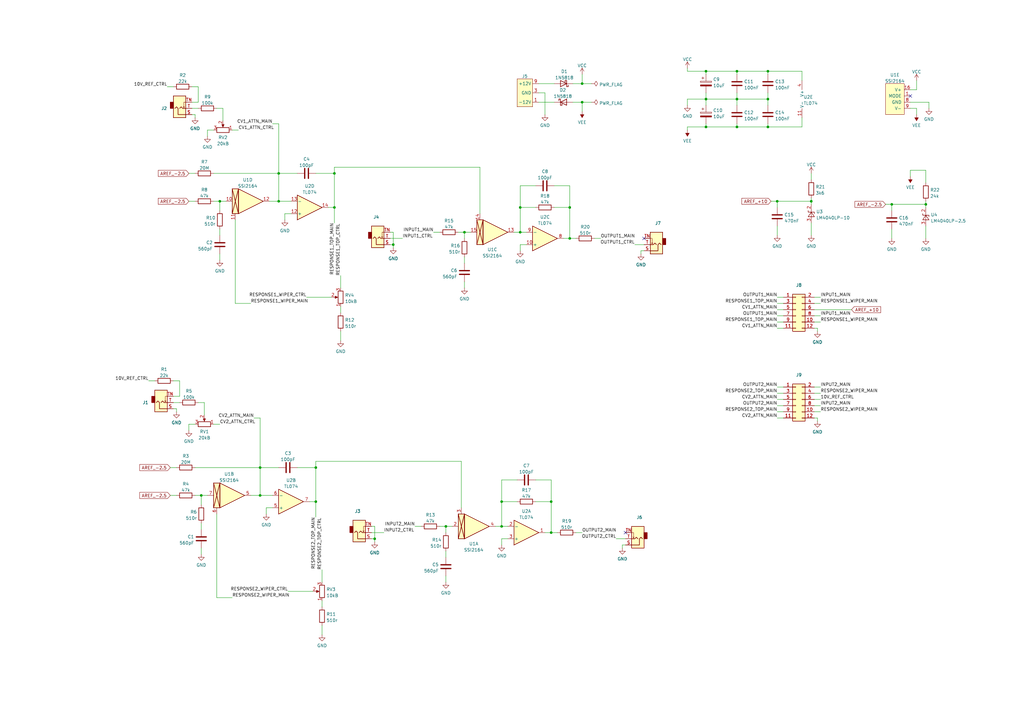
<source format=kicad_sch>
(kicad_sch (version 20211123) (generator eeschema)
  (paper "A3")
  (title_block (comment 2 "creativecommons.org/licenses/by/4.0/") (comment 3 "License: CC BY 4.0") (comment 4 "Author: Guy John"))
  (junction (at 233.68 85.09))
  (junction (at 318.77 82.55))
  (junction (at 137.16 85.09))
  (junction (at 213.36 95.25))
  (junction (at 114.3 82.55))
  (junction (at 302.26 40.64))
  (junction (at 205.74 215.9))
  (junction (at 314.96 52.07))
  (junction (at 365.76 83.82))
  (junction (at 161.29 100.33))
  (junction (at 213.36 85.09))
  (junction (at 289.56 52.07))
  (junction (at 182.88 215.9))
  (junction (at 129.54 205.74))
  (junction (at 226.06 205.74))
  (junction (at 106.68 203.2))
  (junction (at 332.74 82.55))
  (junction (at 82.55 203.2))
  (junction (at 238.76 34.29))
  (junction (at 314.96 29.21))
  (junction (at 226.06 218.44))
  (junction (at 289.56 40.64))
  (junction (at 379.73 83.82))
  (junction (at 233.68 97.79))
  (junction (at 289.56 29.21))
  (junction (at 302.26 52.07))
  (junction (at 106.68 191.77))
  (junction (at 238.76 41.91))
  (junction (at 137.16 71.12))
  (junction (at 314.96 40.64))
  (junction (at 114.3 71.12))
  (junction (at 205.74 205.74))
  (junction (at 129.54 191.77))
  (junction (at 153.67 220.98))
  (junction (at 302.26 29.21))
  (junction (at 90.17 82.55))
  (junction (at 190.5 95.25))
  (no_connect (at 373.38 39.37))
  (no_connect (at 264.16 97.79))
  (no_connect (at 256.54 218.44))
  (wire (pts (xy 152.4 220.98) (xy 153.67 220.98)))
  (wire (pts (xy 71.12 162.56) (xy 73.66 162.56)))
  (wire (pts (xy 160.02 95.25) (xy 161.29 95.25)))
  (wire (pts (xy 332.74 81.28) (xy 332.74 82.55)))
  (wire (pts (xy 137.16 71.12) (xy 137.16 85.09)))
  (wire (pts (xy 243.84 97.79) (xy 246.38 97.79)))
  (wire (pts (xy 78.74 46.99) (xy 80.01 46.99)))
  (wire (pts (xy 69.85 191.77) (xy 72.39 191.77)))
  (wire (pts (xy 318.77 92.71) (xy 318.77 96.52)))
  (wire (pts (xy 139.7 113.03) (xy 139.7 118.11)))
  (wire (pts (xy 205.74 205.74) (xy 205.74 215.9)))
  (wire (pts (xy 68.58 35.56) (xy 71.12 35.56)))
  (wire (pts (xy 302.26 29.21) (xy 289.56 29.21)))
  (wire (pts (xy 111.76 208.28) (xy 109.22 208.28)))
  (wire (pts (xy 153.67 220.98) (xy 153.67 222.25)))
  (wire (pts (xy 90.17 82.55) (xy 92.71 82.55)))
  (wire (pts (xy 114.3 71.12) (xy 114.3 82.55)))
  (wire (pts (xy 234.95 34.29) (xy 238.76 34.29)))
  (wire (pts (xy 215.9 100.33) (xy 213.36 100.33)))
  (wire (pts (xy 71.12 167.64) (xy 72.39 167.64)))
  (wire (pts (xy 318.77 166.37) (xy 321.31 166.37)))
  (wire (pts (xy 80.01 203.2) (xy 82.55 203.2)))
  (wire (pts (xy 129.54 191.77) (xy 129.54 205.74)))
  (wire (pts (xy 281.94 53.34) (xy 281.94 52.07)))
  (wire (pts (xy 314.96 52.07) (xy 302.26 52.07)))
  (wire (pts (xy 161.29 100.33) (xy 161.29 101.6)))
  (wire (pts (xy 134.62 85.09) (xy 137.16 85.09)))
  (wire (pts (xy 102.87 203.2) (xy 106.68 203.2)))
  (wire (pts (xy 139.7 125.73) (xy 139.7 128.27)))
  (wire (pts (xy 281.94 29.21) (xy 281.94 27.94)))
  (wire (pts (xy 190.5 105.41) (xy 190.5 107.95)))
  (wire (pts (xy 82.55 203.2) (xy 82.55 207.01)))
  (wire (pts (xy 336.55 124.46) (xy 334.01 124.46)))
  (wire (pts (xy 90.17 104.14) (xy 90.17 106.68)))
  (wire (pts (xy 252.73 220.98) (xy 256.54 220.98)))
  (wire (pts (xy 127 205.74) (xy 129.54 205.74)))
  (wire (pts (xy 233.68 76.2) (xy 227.33 76.2)))
  (wire (pts (xy 328.93 33.02) (xy 328.93 29.21)))
  (wire (pts (xy 381 41.91) (xy 381 44.45)))
  (wire (pts (xy 189.23 189.23) (xy 189.23 208.28)))
  (wire (pts (xy 91.44 44.45) (xy 91.44 49.53)))
  (wire (pts (xy 336.55 163.83) (xy 334.01 163.83)))
  (wire (pts (xy 336.55 121.92) (xy 334.01 121.92)))
  (wire (pts (xy 223.52 38.1) (xy 223.52 46.99)))
  (wire (pts (xy 289.56 30.48) (xy 289.56 29.21)))
  (wire (pts (xy 373.38 69.85) (xy 379.73 69.85)))
  (wire (pts (xy 90.17 82.55) (xy 90.17 86.36)))
  (wire (pts (xy 349.25 127) (xy 334.01 127)))
  (wire (pts (xy 336.55 166.37) (xy 334.01 166.37)))
  (wire (pts (xy 336.55 129.54) (xy 334.01 129.54)))
  (wire (pts (xy 182.88 215.9) (xy 182.88 218.44)))
  (wire (pts (xy 114.3 82.55) (xy 119.38 82.55)))
  (wire (pts (xy 114.3 71.12) (xy 121.92 71.12)))
  (wire (pts (xy 289.56 40.64) (xy 289.56 43.18)))
  (wire (pts (xy 106.68 171.45) (xy 106.68 191.77)))
  (wire (pts (xy 132.08 246.38) (xy 132.08 248.92)))
  (wire (pts (xy 87.63 82.55) (xy 90.17 82.55)))
  (wire (pts (xy 208.28 220.98) (xy 205.74 220.98)))
  (wire (pts (xy 78.74 41.91) (xy 81.28 41.91)))
  (wire (pts (xy 227.33 85.09) (xy 233.68 85.09)))
  (wire (pts (xy 129.54 189.23) (xy 189.23 189.23)))
  (wire (pts (xy 223.52 218.44) (xy 226.06 218.44)))
  (wire (pts (xy 80.01 191.77) (xy 106.68 191.77)))
  (wire (pts (xy 289.56 38.1) (xy 289.56 40.64)))
  (wire (pts (xy 365.76 83.82) (xy 379.73 83.82)))
  (wire (pts (xy 233.68 97.79) (xy 236.22 97.79)))
  (wire (pts (xy 318.77 129.54) (xy 321.31 129.54)))
  (wire (pts (xy 96.52 90.17) (xy 96.52 124.46)))
  (wire (pts (xy 77.47 173.99) (xy 77.47 176.53)))
  (wire (pts (xy 109.22 208.28) (xy 109.22 210.82)))
  (wire (pts (xy 121.92 191.77) (xy 129.54 191.77)))
  (wire (pts (xy 106.68 203.2) (xy 111.76 203.2)))
  (wire (pts (xy 289.56 52.07) (xy 289.56 50.8)))
  (wire (pts (xy 328.93 48.26) (xy 328.93 52.07)))
  (wire (pts (xy 233.68 97.79) (xy 233.68 85.09)))
  (wire (pts (xy 316.23 82.55) (xy 318.77 82.55)))
  (wire (pts (xy 95.25 245.11) (xy 88.9 245.11)))
  (wire (pts (xy 73.66 162.56) (xy 73.66 156.21)))
  (wire (pts (xy 336.55 168.91) (xy 334.01 168.91)))
  (wire (pts (xy 226.06 196.85) (xy 219.71 196.85)))
  (wire (pts (xy 213.36 95.25) (xy 215.9 95.25)))
  (wire (pts (xy 87.63 71.12) (xy 114.3 71.12)))
  (wire (pts (xy 190.5 95.25) (xy 190.5 97.79)))
  (wire (pts (xy 213.36 85.09) (xy 213.36 95.25)))
  (wire (pts (xy 231.14 97.79) (xy 233.68 97.79)))
  (wire (pts (xy 78.74 44.45) (xy 81.28 44.45)))
  (wire (pts (xy 220.98 34.29) (xy 227.33 34.29)))
  (wire (pts (xy 318.77 132.08) (xy 321.31 132.08)))
  (wire (pts (xy 332.74 82.55) (xy 332.74 83.82)))
  (wire (pts (xy 71.12 165.1) (xy 73.66 165.1)))
  (wire (pts (xy 302.26 29.21) (xy 302.26 30.48)))
  (wire (pts (xy 318.77 168.91) (xy 321.31 168.91)))
  (wire (pts (xy 289.56 40.64) (xy 302.26 40.64)))
  (wire (pts (xy 260.35 100.33) (xy 264.16 100.33)))
  (wire (pts (xy 336.55 161.29) (xy 334.01 161.29)))
  (wire (pts (xy 379.73 69.85) (xy 379.73 74.93)))
  (wire (pts (xy 365.76 93.98) (xy 365.76 97.79)))
  (wire (pts (xy 90.17 93.98) (xy 90.17 96.52)))
  (wire (pts (xy 85.09 53.34) (xy 85.09 55.88)))
  (wire (pts (xy 332.74 71.12) (xy 332.74 73.66)))
  (wire (pts (xy 314.96 40.64) (xy 314.96 43.18)))
  (wire (pts (xy 137.16 68.58) (xy 196.85 68.58)))
  (wire (pts (xy 116.84 87.63) (xy 116.84 90.17)))
  (wire (pts (xy 302.26 52.07) (xy 289.56 52.07)))
  (wire (pts (xy 328.93 52.07) (xy 314.96 52.07)))
  (wire (pts (xy 379.73 92.71) (xy 379.73 97.79)))
  (wire (pts (xy 314.96 38.1) (xy 314.96 40.64)))
  (wire (pts (xy 318.77 85.09) (xy 318.77 82.55)))
  (wire (pts (xy 219.71 205.74) (xy 226.06 205.74)))
  (wire (pts (xy 336.55 132.08) (xy 334.01 132.08)))
  (wire (pts (xy 314.96 50.8) (xy 314.96 52.07)))
  (wire (pts (xy 281.94 40.64) (xy 289.56 40.64)))
  (wire (pts (xy 87.63 173.99) (xy 90.17 173.99)))
  (wire (pts (xy 129.54 205.74) (xy 129.54 212.09)))
  (wire (pts (xy 160.02 100.33) (xy 161.29 100.33)))
  (wire (pts (xy 220.98 38.1) (xy 223.52 38.1)))
  (wire (pts (xy 87.63 53.34) (xy 85.09 53.34)))
  (wire (pts (xy 187.96 95.25) (xy 190.5 95.25)))
  (wire (pts (xy 182.88 236.22) (xy 182.88 238.76)))
  (wire (pts (xy 302.26 40.64) (xy 314.96 40.64)))
  (wire (pts (xy 213.36 76.2) (xy 213.36 85.09)))
  (wire (pts (xy 238.76 41.91) (xy 242.57 41.91)))
  (wire (pts (xy 375.92 44.45) (xy 375.92 46.99)))
  (wire (pts (xy 106.68 191.77) (xy 106.68 203.2)))
  (wire (pts (xy 264.16 102.87) (xy 262.89 102.87)))
  (wire (pts (xy 318.77 124.46) (xy 321.31 124.46)))
  (wire (pts (xy 281.94 52.07) (xy 289.56 52.07)))
  (wire (pts (xy 71.12 156.21) (xy 73.66 156.21)))
  (wire (pts (xy 88.9 210.82) (xy 88.9 245.11)))
  (wire (pts (xy 289.56 29.21) (xy 281.94 29.21)))
  (wire (pts (xy 226.06 218.44) (xy 228.6 218.44)))
  (wire (pts (xy 104.14 171.45) (xy 106.68 171.45)))
  (wire (pts (xy 335.28 134.62) (xy 335.28 135.89)))
  (wire (pts (xy 129.54 71.12) (xy 137.16 71.12)))
  (wire (pts (xy 132.08 233.68) (xy 132.08 238.76)))
  (wire (pts (xy 153.67 215.9) (xy 153.67 220.98)))
  (wire (pts (xy 118.11 242.57) (xy 128.27 242.57)))
  (wire (pts (xy 81.28 165.1) (xy 83.82 165.1)))
  (wire (pts (xy 318.77 171.45) (xy 321.31 171.45)))
  (wire (pts (xy 302.26 50.8) (xy 302.26 52.07)))
  (wire (pts (xy 210.82 95.25) (xy 213.36 95.25)))
  (wire (pts (xy 180.34 215.9) (xy 182.88 215.9)))
  (wire (pts (xy 170.18 215.9) (xy 172.72 215.9)))
  (wire (pts (xy 182.88 215.9) (xy 185.42 215.9)))
  (wire (pts (xy 379.73 83.82) (xy 379.73 85.09)))
  (wire (pts (xy 82.55 224.79) (xy 82.55 227.33)))
  (wire (pts (xy 190.5 95.25) (xy 193.04 95.25)))
  (wire (pts (xy 373.38 41.91) (xy 381 41.91)))
  (wire (pts (xy 152.4 215.9) (xy 153.67 215.9)))
  (wire (pts (xy 373.38 36.83) (xy 375.92 36.83)))
  (wire (pts (xy 119.38 87.63) (xy 116.84 87.63)))
  (wire (pts (xy 379.73 82.55) (xy 379.73 83.82)))
  (wire (pts (xy 262.89 102.87) (xy 262.89 104.14)))
  (wire (pts (xy 205.74 215.9) (xy 208.28 215.9)))
  (wire (pts (xy 236.22 218.44) (xy 238.76 218.44)))
  (wire (pts (xy 363.22 83.82) (xy 365.76 83.82)))
  (wire (pts (xy 125.73 121.92) (xy 135.89 121.92)))
  (wire (pts (xy 60.96 156.21) (xy 63.5 156.21)))
  (wire (pts (xy 212.09 205.74) (xy 205.74 205.74)))
  (wire (pts (xy 318.77 134.62) (xy 321.31 134.62)))
  (wire (pts (xy 375.92 36.83) (xy 375.92 33.02)))
  (wire (pts (xy 205.74 220.98) (xy 205.74 223.52)))
  (wire (pts (xy 110.49 82.55) (xy 114.3 82.55)))
  (wire (pts (xy 219.71 85.09) (xy 213.36 85.09)))
  (wire (pts (xy 114.3 50.8) (xy 114.3 71.12)))
  (wire (pts (xy 190.5 115.57) (xy 190.5 118.11)))
  (wire (pts (xy 81.28 41.91) (xy 81.28 35.56)))
  (wire (pts (xy 161.29 95.25) (xy 161.29 100.33)))
  (wire (pts (xy 77.47 82.55) (xy 80.01 82.55)))
  (wire (pts (xy 234.95 41.91) (xy 238.76 41.91)))
  (wire (pts (xy 177.8 95.25) (xy 180.34 95.25)))
  (wire (pts (xy 302.26 40.64) (xy 302.26 43.18)))
  (wire (pts (xy 213.36 100.33) (xy 213.36 102.87)))
  (wire (pts (xy 314.96 30.48) (xy 314.96 29.21)))
  (wire (pts (xy 238.76 41.91) (xy 238.76 45.72)))
  (wire (pts (xy 82.55 203.2) (xy 85.09 203.2)))
  (wire (pts (xy 281.94 43.18) (xy 281.94 40.64)))
  (wire (pts (xy 233.68 85.09) (xy 233.68 76.2)))
  (wire (pts (xy 220.98 41.91) (xy 227.33 41.91)))
  (wire (pts (xy 152.4 218.44) (xy 157.48 218.44)))
  (wire (pts (xy 318.77 163.83) (xy 321.31 163.83)))
  (wire (pts (xy 111.76 50.8) (xy 114.3 50.8)))
  (wire (pts (xy 106.68 191.77) (xy 114.3 191.77)))
  (wire (pts (xy 78.74 35.56) (xy 81.28 35.56)))
  (wire (pts (xy 318.77 121.92) (xy 321.31 121.92)))
  (wire (pts (xy 129.54 189.23) (xy 129.54 191.77)))
  (wire (pts (xy 212.09 196.85) (xy 205.74 196.85)))
  (wire (pts (xy 102.87 124.46) (xy 96.52 124.46)))
  (wire (pts (xy 95.25 53.34) (xy 97.79 53.34)))
  (wire (pts (xy 226.06 205.74) (xy 226.06 196.85)))
  (wire (pts (xy 255.27 223.52) (xy 255.27 224.79)))
  (wire (pts (xy 256.54 223.52) (xy 255.27 223.52)))
  (wire (pts (xy 238.76 34.29) (xy 238.76 30.48)))
  (wire (pts (xy 72.39 167.64) (xy 72.39 168.91)))
  (wire (pts (xy 373.38 72.39) (xy 373.38 69.85)))
  (wire (pts (xy 238.76 34.29) (xy 242.57 34.29)))
  (wire (pts (xy 77.47 71.12) (xy 80.01 71.12)))
  (wire (pts (xy 318.77 82.55) (xy 332.74 82.55)))
  (wire (pts (xy 314.96 29.21) (xy 302.26 29.21)))
  (wire (pts (xy 332.74 91.44) (xy 332.74 96.52)))
  (wire (pts (xy 328.93 29.21) (xy 314.96 29.21)))
  (wire (pts (xy 80.01 173.99) (xy 77.47 173.99)))
  (wire (pts (xy 82.55 214.63) (xy 82.55 217.17)))
  (wire (pts (xy 219.71 76.2) (xy 213.36 76.2)))
  (wire (pts (xy 318.77 158.75) (xy 321.31 158.75)))
  (wire (pts (xy 318.77 127) (xy 321.31 127)))
  (wire (pts (xy 182.88 226.06) (xy 182.88 228.6)))
  (wire (pts (xy 336.55 158.75) (xy 334.01 158.75)))
  (wire (pts (xy 205.74 196.85) (xy 205.74 205.74)))
  (wire (pts (xy 318.77 161.29) (xy 321.31 161.29)))
  (wire (pts (xy 132.08 256.54) (xy 132.08 260.35)))
  (wire (pts (xy 334.01 171.45) (xy 335.28 171.45)))
  (wire (pts (xy 69.85 203.2) (xy 72.39 203.2)))
  (wire (pts (xy 302.26 38.1) (xy 302.26 40.64)))
  (wire (pts (xy 88.9 44.45) (xy 91.44 44.45)))
  (wire (pts (xy 335.28 171.45) (xy 335.28 172.72)))
  (wire (pts (xy 196.85 68.58) (xy 196.85 87.63)))
  (wire (pts (xy 139.7 135.89) (xy 139.7 139.7)))
  (wire (pts (xy 80.01 46.99) (xy 80.01 48.26)))
  (wire (pts (xy 137.16 68.58) (xy 137.16 71.12)))
  (wire (pts (xy 137.16 85.09) (xy 137.16 91.44)))
  (wire (pts (xy 83.82 165.1) (xy 83.82 170.18)))
  (wire (pts (xy 160.02 97.79) (xy 165.1 97.79)))
  (wire (pts (xy 365.76 86.36) (xy 365.76 83.82)))
  (wire (pts (xy 373.38 44.45) (xy 375.92 44.45)))
  (wire (pts (xy 334.01 134.62) (xy 335.28 134.62)))
  (wire (pts (xy 226.06 218.44) (xy 226.06 205.74)))
  (wire (pts (xy 203.2 215.9) (xy 205.74 215.9)))
  (label "INPUT1_MAIN" (at 177.8 95.25 180))
  (label "INPUT2_MAIN" (at 336.55 158.75 0))
  (label "RESPONSE1_TOP_CTRL" (at 139.7 113.03 90))
  (label "CV1_ATTN_CTRL" (at 97.79 53.34 0))
  (label "CV1_ATTN_MAIN" (at 111.76 50.8 180))
  (label "INPUT2_CTRL" (at 157.48 218.44 0))
  (label "RESPONSE2_WIPER_CTRL" (at 118.11 242.57 180))
  (label "RESPONSE2_TOP_CTRL" (at 132.08 233.68 90))
  (label "INPUT1_MAIN" (at 336.55 121.92 0))
  (label "RESPONSE1_WIPER_MAIN" (at 336.55 124.46 0))
  (label "INPUT2_MAIN" (at 170.18 215.9 180))
  (label "RESPONSE1_TOP_MAIN" (at 318.77 132.08 180))
  (label "OUTPUT2_MAIN" (at 318.77 158.75 180))
  (label "CV2_ATTN_CTRL" (at 90.17 173.99 0))
  (label "CV2_ATTN_MAIN" (at 318.77 163.83 180))
  (label "OUTPUT1_MAIN" (at 318.77 129.54 180))
  (label "OUTPUT2_CTRL" (at 252.73 220.98 180))
  (label "10V_REF_CTRL" (at 336.55 163.83 0))
  (label "RESPONSE1_TOP_MAIN" (at 318.77 124.46 180))
  (label "OUTPUT1_MAIN" (at 318.77 121.92 180))
  (label "OUTPUT2_MAIN" (at 318.77 166.37 180))
  (label "INPUT1_MAIN" (at 336.55 129.54 0))
  (label "OUTPUT1_CTRL" (at 260.35 100.33 180))
  (label "RESPONSE1_WIPER_MAIN" (at 336.55 132.08 0))
  (label "RESPONSE1_WIPER_MAIN" (at 102.87 124.46 0))
  (label "RESPONSE1_TOP_MAIN" (at 137.16 91.44 270))
  (label "INPUT1_CTRL" (at 165.1 97.79 0))
  (label "CV1_ATTN_MAIN" (at 318.77 127 180))
  (label "RESPONSE2_TOP_MAIN" (at 318.77 168.91 180))
  (label "CV2_ATTN_MAIN" (at 318.77 171.45 180))
  (label "OUTPUT1_MAIN" (at 246.38 97.79 0))
  (label "10V_REF_CTRL" (at 60.96 156.21 180))
  (label "INPUT2_MAIN" (at 336.55 166.37 0))
  (label "RESPONSE2_WIPER_MAIN" (at 336.55 161.29 0))
  (label "RESPONSE2_WIPER_MAIN" (at 336.55 168.91 0))
  (label "OUTPUT2_MAIN" (at 238.76 218.44 0))
  (label "RESPONSE2_WIPER_MAIN" (at 95.25 245.11 0))
  (label "RESPONSE2_TOP_MAIN" (at 129.54 212.09 270))
  (label "RESPONSE2_TOP_MAIN" (at 318.77 161.29 180))
  (label "RESPONSE1_WIPER_CTRL" (at 125.73 121.92 180))
  (label "CV2_ATTN_MAIN" (at 104.14 171.45 180))
  (label "10V_REF_CTRL" (at 68.58 35.56 180))
  (label "CV1_ATTN_MAIN" (at 318.77 134.62 180))
  (global_label "AREF_-2.5" (shape input) (at 69.85 203.2 180) (property "Intersheet References" "${INTERSHEET_REFS}" (effects hide)))
  (global_label "AREF_+10" (shape input) (at 349.25 127 0) (property "Intersheet References" "${INTERSHEET_REFS}" (effects hide)))
  (global_label "AREF_-2.5" (shape input) (at 363.22 83.82 180) (property "Intersheet References" "${INTERSHEET_REFS}" (effects hide)))
  (global_label "AREF_-2.5" (shape input) (at 77.47 71.12 180) (property "Intersheet References" "${INTERSHEET_REFS}" (effects hide)))
  (global_label "AREF_-2.5" (shape input) (at 69.85 191.77 180) (property "Intersheet References" "${INTERSHEET_REFS}" (effects hide)))
  (global_label "AREF_+10" (shape input) (at 316.23 82.55 180) (property "Intersheet References" "${INTERSHEET_REFS}" (effects hide)))
  (global_label "AREF_-2.5" (shape input) (at 77.47 82.55 180) (property "Intersheet References" "${INTERSHEET_REFS}" (effects hide)))
  (symbol (lib_id "power:GND") (at 381 44.45 0) (unit 1)
    (property "Reference" "#PWR035" (effects hide))
    (property "Value" "GND" (at 381 48.8934 0))
  )
  (symbol (lib_id "rumblesan-standard-parts:C") (at 223.52 76.2 90) (unit 1)
    (property "Reference" "C8" (at 223.52 70.3412 90))
    (property "Value" "100pF" (at 223.52 72.8781 90))
    (property "Footprint" "rumblesan-standard-parts:C_Rect_L7.0mm_W3.5mm_P5.00mm" (effects hide))
    (property "Spec" "ceramic C0G" (effects hide))
    (property "Tolerance" "5%" (effects hide))
  )
  (symbol (lib_id "rumblesan-standard-parts:C") (at 302.26 46.99 0) (unit 1)
    (property "Reference" "C12" (at 305.181 46.1553 0) (effects (justify left)))
    (property "Value" "100nF" (at 305.181 48.6922 0) (effects (justify left)))
    (property "Footprint" "rumblesan-standard-parts:C_Rect_L7.0mm_W3.5mm_P5.00mm" (effects hide))
    (property "Spec" "ceramic C0G" (effects hide))
    (property "Tolerance" "5%" (effects hide))
  )
  (symbol (lib_id "power:VCC") (at 332.74 71.12 0) (unit 1)
    (property "Reference" "#PWR026" (effects hide))
    (property "Value" "VCC" (at 332.74 67.5442 0))
  )
  (symbol (lib_id "Device:R_Potentiometer") (at 139.7 121.92 180) (unit 1)
    (property "Reference" "RV4" (at 141.478 121.0853 0) (effects (justify right)))
    (property "Value" "10kB" (at 141.478 123.6222 0) (effects (justify right)))
    (property "Footprint" "rumblesan-standard-parts:Potentiometer_Alpha_RD901F-40-00D_Single_Vertical" (effects hide))
  )
  (symbol (lib_id "power:VEE") (at 238.76 45.72 180) (unit 1)
    (property "Reference" "#PWR019" (effects hide))
    (property "Value" "VEE" (at 238.76 50.1634 0))
  )
  (symbol (lib_id "power:GND") (at 82.55 227.33 0) (unit 1)
    (property "Reference" "#PWR04" (effects hide))
    (property "Value" "GND" (at 82.55 231.7734 0))
  )
  (symbol (lib_id "rumblesan-standard-parts:R") (at 74.93 35.56 90) (unit 1)
    (property "Reference" "R2" (at 74.93 30.8442 90))
    (property "Value" "22k" (at 74.93 33.3811 90))
    (property "Footprint" "rumblesan-standard-parts:R_Axial_DIN0207_L6.3mm_D2.5mm_P10.16mm_Horizontal" (effects hide))
    (property "Tolerance" "1%" (effects hide))
    (property "Power" "0.5W" (effects hide))
    (property "Spec" "metal film" (effects hide))
  )
  (symbol (lib_id "rumblesan-standard-parts:R") (at 132.08 252.73 180) (unit 1)
    (property "Reference" "R11" (at 133.858 251.8953 0) (effects (justify right)))
    (property "Value" "510r" (at 133.858 254.4322 0) (effects (justify right)))
    (property "Footprint" "rumblesan-standard-parts:R_Axial_DIN0207_L6.3mm_D2.5mm_P10.16mm_Horizontal" (effects hide))
    (property "Tolerance" "1%" (effects hide))
    (property "Power" "0.5W" (effects hide))
    (property "Spec" "metal film" (effects hide))
  )
  (symbol (lib_id "rumblesan-standard-parts:R") (at 332.74 77.47 0) (unit 1)
    (property "Reference" "R21" (at 334.518 76.6353 0) (effects (justify left)))
    (property "Value" "3k6" (at 334.518 79.1722 0) (effects (justify left)))
    (property "Footprint" "rumblesan-standard-parts:R_Axial_DIN0207_L6.3mm_D2.5mm_P10.16mm_Horizontal" (effects hide))
    (property "Tolerance" "1%" (effects hide))
    (property "Power" "0.5W" (effects hide))
    (property "Spec" "metal film" (effects hide))
  )
  (symbol (lib_id "power:PWR_FLAG") (at 242.57 41.91 270) (unit 1)
    (property "Reference" "#FLG02" (effects hide))
    (property "Value" "PWR_FLAG" (at 245.745 42.3438 90) (effects (justify left)))
  )
  (symbol (lib_id "rumblesan-standard-parts:C") (at 365.76 90.17 0) (unit 1)
    (property "Reference" "C16" (at 368.681 89.3353 0) (effects (justify left)))
    (property "Value" "470nF" (at 368.681 91.8722 0) (effects (justify left)))
    (property "Footprint" "rumblesan-standard-parts:C_Rect_L7.0mm_W3.5mm_P5.00mm" (effects hide))
    (property "Spec" "ceramic C0G" (effects hide))
    (property "Tolerance" "5%" (effects hide))
  )
  (symbol (lib_id "power:GND") (at 335.28 172.72 0) (unit 1)
    (property "Reference" "#PWR029" (effects hide))
    (property "Value" "GND" (at 335.28 177.1634 0))
  )
  (symbol (lib_id "power:GND") (at 318.77 96.52 0) (unit 1)
    (property "Reference" "#PWR025" (effects hide))
    (property "Value" "GND" (at 318.77 100.9634 0))
  )
  (symbol (lib_id "power:VCC") (at 281.94 27.94 0) (unit 1)
    (property "Reference" "#PWR022" (effects hide))
    (property "Value" "VCC" (at 281.94 24.3642 0))
  )
  (symbol (lib_id "Device:D_Schottky") (at 231.14 41.91 0) (unit 1)
    (property "Reference" "D2" (at 230.8225 36.9402 0))
    (property "Value" "1N5818" (at 230.8225 39.4771 0))
    (property "Footprint" "rumblesan-standard-parts:D_DO-41_SOD81_P10.16mm_Horizontal" (effects hide))
  )
  (symbol (lib_id "Amplifier_Operational:TL074") (at 127 85.09 0) (mirror x) (unit 4)
    (property "Reference" "U2" (at 127 76.3102 0))
    (property "Value" "TL074" (at 127 78.8471 0))
    (property "Footprint" "rumblesan-standard-parts:DIP-14_W7.62mm_Socket" (effects hide))
    (property "Datasheet" "http://www.ti.com/lit/ds/symlink/tl071.pdf" (effects hide))
  )
  (symbol (lib_id "rumblesan-standard-parts:C_Polarized") (at 289.56 46.99 0) (unit 1)
    (property "Reference" "C10" (at 292.481 45.2663 0) (effects (justify left)))
    (property "Value" "10uF" (at 292.481 47.8032 0) (effects (justify left)))
    (property "Footprint" "rumblesan-standard-parts:CP_Radial_D5.0mm_P2.00mm" (effects hide))
    (property "Spec" "electrolytic" (effects hide))
    (property "Tolerance" "20%" (effects hide))
    (property "Voltage" "50v" (effects hide))
  )
  (symbol (lib_id "Reference_Voltage:LM4040LP-10") (at 332.74 87.63 90) (unit 1)
    (property "Reference" "U3" (at 334.7466 86.7953 90) (effects (justify right)))
    (property "Value" "LM4040LP-10" (at 334.7466 89.3322 90) (effects (justify right)))
    (property "Footprint" "Package_TO_SOT_THT:TO-92_Inline" (effects hide))
    (property "Datasheet" "http://www.ti.com/lit/ds/symlink/lm4040-n.pdf" (effects hide))
  )
  (symbol (lib_id "Eurorack_Hardware:Eurorack Mono Jack") (at 261.62 219.71 0) (unit 1)
    (property "Reference" "J6" (at 262.255 212.2002 0))
    (property "Value" "Eurorack Mono Jack" (effects hide))
    (property "Footprint" "rumblesan-standard-parts:Jack_3.5mm_QingPu_WQP-PJ398SM_Vertical" (effects hide))
    (property "Datasheet" "http://www.qingpu-electronics.com/en/products/WQP-PJ398SM-362.html" (effects hide))
    (property "mpn" "WQP-WQP518MA" (effects hide))
  )
  (symbol (lib_id "Eurorack_Hardware:Eurorack Mono Jack") (at 66.04 163.83 0) (mirror y) (unit 1)
    (property "Reference" "J1" (at 59.69 165.1 0))
    (property "Value" "Eurorack Mono Jack" (effects hide))
    (property "Footprint" "rumblesan-standard-parts:Jack_3.5mm_QingPu_WQP-PJ398SM_Vertical" (effects hide))
    (property "Datasheet" "http://www.qingpu-electronics.com/en/products/WQP-PJ398SM-362.html" (effects hide))
    (property "mpn" "WQP-WQP518MA" (effects hide))
  )
  (symbol (lib_id "Device:R_Potentiometer") (at 83.82 173.99 270) (mirror x) (unit 1)
    (property "Reference" "RV1" (at 83.82 177.0364 90))
    (property "Value" "20kB" (at 83.82 179.5733 90))
    (property "Footprint" "rumblesan-standard-parts:Potentiometer_Alpha_RD901F-40-00D_Single_Vertical" (effects hide))
  )
  (symbol (lib_id "power:GND") (at 109.22 210.82 0) (unit 1)
    (property "Reference" "#PWR07" (effects hide))
    (property "Value" "GND" (at 109.22 215.2634 0))
  )
  (symbol (lib_id "power:GND") (at 80.01 48.26 0) (unit 1)
    (property "Reference" "#PWR03" (effects hide))
    (property "Value" "GND" (at 80.01 52.7034 0))
  )
  (symbol (lib_id "power:VCC") (at 375.92 33.02 0) (unit 1)
    (property "Reference" "#PWR032" (effects hide))
    (property "Value" "VCC" (at 375.92 29.4442 0))
  )
  (symbol (lib_id "power:GND") (at 161.29 101.6 0) (unit 1)
    (property "Reference" "#PWR012" (effects hide))
    (property "Value" "GND" (at 161.29 106.0434 0))
  )
  (symbol (lib_id "rumblesan-standard-parts:R") (at 184.15 95.25 90) (unit 1)
    (property "Reference" "R15" (at 184.15 90.5342 90))
    (property "Value" "47k" (at 184.15 93.0711 90))
    (property "Footprint" "rumblesan-standard-parts:R_Axial_DIN0207_L6.3mm_D2.5mm_P10.16mm_Horizontal" (effects hide))
    (property "Tolerance" "1%" (effects hide))
    (property "Power" "0.5W" (effects hide))
    (property "Spec" "metal film" (effects hide))
  )
  (symbol (lib_id "Amplifier_Operational:TL074") (at 331.47 40.64 0) (unit 5)
    (property "Reference" "U2" (at 329.565 39.8053 0) (effects (justify left)))
    (property "Value" "TL074" (at 329.565 42.3422 0) (effects (justify left)))
    (property "Footprint" "rumblesan-standard-parts:DIP-14_W7.62mm_Socket" (effects hide))
    (property "Datasheet" "http://www.ti.com/lit/ds/symlink/tl071.pdf" (effects hide))
  )
  (symbol (lib_id "power:PWR_FLAG") (at 242.57 34.29 270) (unit 1)
    (property "Reference" "#FLG01" (effects hide))
    (property "Value" "PWR_FLAG" (at 245.745 34.7238 90) (effects (justify left)))
  )
  (symbol (lib_id "power:VEE") (at 375.92 46.99 180) (unit 1)
    (property "Reference" "#PWR033" (effects hide))
    (property "Value" "VEE" (at 375.92 51.4334 0))
  )
  (symbol (lib_id "power:GND") (at 72.39 168.91 0) (unit 1)
    (property "Reference" "#PWR01" (effects hide))
    (property "Value" "GND" (at 72.39 173.3534 0))
  )
  (symbol (lib_id "Eurorack_Hardware:Eurorack Mono Jack") (at 154.94 96.52 0) (mirror y) (unit 1)
    (property "Reference" "J4" (at 154.305 89.0102 0))
    (property "Value" "Eurorack Mono Jack" (effects hide))
    (property "Footprint" "rumblesan-standard-parts:Jack_3.5mm_QingPu_WQP-PJ398SM_Vertical" (effects hide))
    (property "Datasheet" "http://www.qingpu-electronics.com/en/products/WQP-PJ398SM-362.html" (effects hide))
    (property "mpn" "WQP-WQP518MA" (effects hide))
  )
  (symbol (lib_id "rumblesan-standard-parts:C") (at 182.88 232.41 0) (mirror x) (unit 1)
    (property "Reference" "C5" (at 179.959 231.5753 0) (effects (justify right)))
    (property "Value" "560pF" (at 179.959 234.1122 0) (effects (justify right)))
    (property "Footprint" "rumblesan-standard-parts:C_Rect_L7.0mm_W3.5mm_P5.00mm" (effects hide))
    (property "Spec" "ceramic C0G" (effects hide))
    (property "Tolerance" "5%" (effects hide))
  )
  (symbol (lib_id "Audio_Chips:SSI2164") (at 367.03 40.64 0) (mirror y) (unit 5)
    (property "Reference" "U1" (at 367.03 30.7172 0))
    (property "Value" "SSI2164" (at 367.03 33.2541 0))
    (property "Footprint" "rumblesan-standard-parts:DIP-16_W7.62mm_Socket" (effects hide))
    (property "Datasheet" "http://www.soundsemiconductor.com/downloads/ssi2164datasheet.pdf" (effects hide))
  )
  (symbol (lib_id "power:GND") (at 153.67 222.25 0) (unit 1)
    (property "Reference" "#PWR011" (effects hide))
    (property "Value" "GND" (at 153.67 226.6934 0))
  )
  (symbol (lib_id "Amplifier_Operational:TL074") (at 119.38 205.74 0) (mirror x) (unit 2)
    (property "Reference" "U2" (at 119.38 196.9602 0))
    (property "Value" "TL074" (at 119.38 199.4971 0))
    (property "Footprint" "rumblesan-standard-parts:DIP-14_W7.62mm_Socket" (effects hide))
    (property "Datasheet" "http://www.ti.com/lit/ds/symlink/tl071.pdf" (effects hide))
  )
  (symbol (lib_id "Amplifier_Operational:TL074") (at 223.52 97.79 0) (mirror x) (unit 3)
    (property "Reference" "U2" (at 223.52 89.0102 0))
    (property "Value" "TL074" (at 223.52 91.5471 0))
    (property "Footprint" "rumblesan-standard-parts:DIP-14_W7.62mm_Socket" (effects hide))
    (property "Datasheet" "http://www.ti.com/lit/ds/symlink/tl071.pdf" (effects hide))
  )
  (symbol (lib_id "rumblesan-standard-parts:R") (at 190.5 101.6 0) (mirror x) (unit 1)
    (property "Reference" "R16" (at 188.722 100.7653 0) (effects (justify right)))
    (property "Value" "510r" (at 188.722 103.3022 0) (effects (justify right)))
    (property "Footprint" "rumblesan-standard-parts:R_Axial_DIN0207_L6.3mm_D2.5mm_P10.16mm_Horizontal" (effects hide))
    (property "Tolerance" "1%" (effects hide))
    (property "Power" "0.5W" (effects hide))
    (property "Spec" "metal film" (effects hide))
  )
  (symbol (lib_id "Audio_Chips:SSI2164") (at 200.66 95.25 0) (mirror x) (unit 3)
    (property "Reference" "U1" (at 201.93 102.3604 0))
    (property "Value" "SSI2164" (at 201.93 104.8973 0))
    (property "Footprint" "rumblesan-standard-parts:DIP-16_W7.62mm_Socket" (effects hide))
    (property "Datasheet" "http://www.soundsemiconductor.com/downloads/ssi2164datasheet.pdf" (effects hide))
  )
  (symbol (lib_id "rumblesan-standard-parts:C") (at 190.5 111.76 0) (mirror x) (unit 1)
    (property "Reference" "C6" (at 187.579 110.9253 0) (effects (justify right)))
    (property "Value" "560pF" (at 187.579 113.4622 0) (effects (justify right)))
    (property "Footprint" "rumblesan-standard-parts:C_Rect_L7.0mm_W3.5mm_P5.00mm" (effects hide))
    (property "Spec" "ceramic C0G" (effects hide))
    (property "Tolerance" "5%" (effects hide))
  )
  (symbol (lib_id "power:GND") (at 281.94 43.18 0) (unit 1)
    (property "Reference" "#PWR023" (effects hide))
    (property "Value" "GND" (at 281.94 47.6234 0))
  )
  (symbol (lib_id "rumblesan-standard-parts:R") (at 77.47 165.1 90) (unit 1)
    (property "Reference" "R5" (at 77.47 160.3842 90))
    (property "Value" "100k" (at 77.47 162.9211 90))
    (property "Footprint" "rumblesan-standard-parts:R_Axial_DIN0207_L6.3mm_D2.5mm_P10.16mm_Horizontal" (effects hide))
    (property "Tolerance" "1%" (effects hide))
    (property "Power" "0.5W" (effects hide))
    (property "Spec" "metal film" (effects hide))
  )
  (symbol (lib_id "rumblesan-standard-parts:C_Polarized") (at 289.56 34.29 0) (unit 1)
    (property "Reference" "C9" (at 292.481 32.5663 0) (effects (justify left)))
    (property "Value" "10uF" (at 292.481 35.1032 0) (effects (justify left)))
    (property "Footprint" "rumblesan-standard-parts:CP_Radial_D5.0mm_P2.00mm" (effects hide))
    (property "Spec" "electrolytic" (effects hide))
    (property "Tolerance" "20%" (effects hide))
    (property "Voltage" "50v" (effects hide))
  )
  (symbol (lib_id "rumblesan-standard-parts:C") (at 118.11 191.77 90) (unit 1)
    (property "Reference" "C3" (at 118.11 185.9112 90))
    (property "Value" "100pF" (at 118.11 188.4481 90))
    (property "Footprint" "rumblesan-standard-parts:C_Rect_L7.0mm_W3.5mm_P5.00mm" (effects hide))
    (property "Spec" "ceramic C0G" (effects hide))
    (property "Tolerance" "5%" (effects hide))
  )
  (symbol (lib_id "power:GND") (at 213.36 102.87 0) (unit 1)
    (property "Reference" "#PWR016" (effects hide))
    (property "Value" "GND" (at 213.36 107.3134 0))
  )
  (symbol (lib_id "rumblesan-standard-parts:C") (at 82.55 220.98 0) (mirror x) (unit 1)
    (property "Reference" "C1" (at 79.629 220.1453 0) (effects (justify right)))
    (property "Value" "560pF" (at 79.629 222.6822 0) (effects (justify right)))
    (property "Footprint" "rumblesan-standard-parts:C_Rect_L7.0mm_W3.5mm_P5.00mm" (effects hide))
    (property "Spec" "ceramic C0G" (effects hide))
    (property "Tolerance" "5%" (effects hide))
  )
  (symbol (lib_id "rumblesan-standard-parts:R") (at 85.09 44.45 90) (unit 1)
    (property "Reference" "R9" (at 85.09 39.7342 90))
    (property "Value" "100k" (at 85.09 42.2711 90))
    (property "Footprint" "rumblesan-standard-parts:R_Axial_DIN0207_L6.3mm_D2.5mm_P10.16mm_Horizontal" (effects hide))
    (property "Tolerance" "1%" (effects hide))
    (property "Power" "0.5W" (effects hide))
    (property "Spec" "metal film" (effects hide))
  )
  (symbol (lib_id "rumblesan-standard-parts:R") (at 76.2 203.2 90) (unit 1)
    (property "Reference" "R4" (at 76.2 198.4842 90))
    (property "Value" "47k" (at 76.2 201.0211 90))
    (property "Footprint" "rumblesan-standard-parts:R_Axial_DIN0207_L6.3mm_D2.5mm_P10.16mm_Horizontal" (effects hide))
    (property "Tolerance" "1%" (effects hide))
    (property "Power" "0.5W" (effects hide))
    (property "Spec" "metal film" (effects hide))
  )
  (symbol (lib_id "power:VEE") (at 373.38 72.39 180) (unit 1)
    (property "Reference" "#PWR031" (effects hide))
    (property "Value" "VEE" (at 373.38 76.8334 0))
  )
  (symbol (lib_id "power:GND") (at 85.09 55.88 0) (unit 1)
    (property "Reference" "#PWR05" (effects hide))
    (property "Value" "GND" (at 85.09 60.3234 0))
  )
  (symbol (lib_id "power:GND") (at 139.7 139.7 0) (unit 1)
    (property "Reference" "#PWR010" (effects hide))
    (property "Value" "GND" (at 139.7 144.1434 0))
  )
  (symbol (lib_id "Audio_Chips:SSI2164") (at 100.33 82.55 0) (unit 4)
    (property "Reference" "U1" (at 101.6 73.7702 0))
    (property "Value" "SSI2164" (at 101.6 76.3071 0))
    (property "Footprint" "rumblesan-standard-parts:DIP-16_W7.62mm_Socket" (effects hide))
    (property "Datasheet" "http://www.soundsemiconductor.com/downloads/ssi2164datasheet.pdf" (effects hide))
  )
  (symbol (lib_id "rumblesan-standard-parts:C") (at 318.77 88.9 0) (unit 1)
    (property "Reference" "C15" (at 321.691 88.0653 0) (effects (justify left)))
    (property "Value" "470nF" (at 321.691 90.6022 0) (effects (justify left)))
    (property "Footprint" "rumblesan-standard-parts:C_Rect_L7.0mm_W3.5mm_P5.00mm" (effects hide))
    (property "Spec" "ceramic C0G" (effects hide))
    (property "Tolerance" "5%" (effects hide))
  )
  (symbol (lib_id "Connector_Generic:Conn_02x06_Odd_Even") (at 326.39 127 0) (unit 1)
    (property "Reference" "J8" (at 327.66 116.9502 0))
    (property "Value" "Conn_02x06_Odd_Even" (effects hide))
    (property "Footprint" "Connector_PinHeader_2.54mm:PinHeader_2x06_P2.54mm_Vertical" (effects hide))
  )
  (symbol (lib_id "power:GND") (at 335.28 135.89 0) (unit 1)
    (property "Reference" "#PWR028" (effects hide))
    (property "Value" "GND" (at 335.28 140.3334 0))
  )
  (symbol (lib_id "power:GND") (at 332.74 96.52 0) (unit 1)
    (property "Reference" "#PWR027" (effects hide))
    (property "Value" "GND" (at 332.74 100.9634 0))
  )
  (symbol (lib_id "power:GND") (at 190.5 118.11 0) (unit 1)
    (property "Reference" "#PWR014" (effects hide))
    (property "Value" "GND" (at 190.5 122.5534 0))
  )
  (symbol (lib_id "power:GND") (at 255.27 224.79 0) (mirror y) (unit 1)
    (property "Reference" "#PWR020" (effects hide))
    (property "Value" "GND" (at 255.27 229.2334 0))
  )
  (symbol (lib_id "rumblesan-standard-parts:R") (at 67.31 156.21 90) (unit 1)
    (property "Reference" "R1" (at 67.31 151.4942 90))
    (property "Value" "22k" (at 67.31 154.0311 90))
    (property "Footprint" "rumblesan-standard-parts:R_Axial_DIN0207_L6.3mm_D2.5mm_P10.16mm_Horizontal" (effects hide))
    (property "Tolerance" "1%" (effects hide))
    (property "Power" "0.5W" (effects hide))
    (property "Spec" "metal film" (effects hide))
  )
  (symbol (lib_id "rumblesan-standard-parts:R") (at 83.82 82.55 90) (unit 1)
    (property "Reference" "R8" (at 83.82 77.8342 90))
    (property "Value" "47k" (at 83.82 80.3711 90))
    (property "Footprint" "rumblesan-standard-parts:R_Axial_DIN0207_L6.3mm_D2.5mm_P10.16mm_Horizontal" (effects hide))
    (property "Tolerance" "1%" (effects hide))
    (property "Power" "0.5W" (effects hide))
    (property "Spec" "metal film" (effects hide))
  )
  (symbol (lib_id "power:GND") (at 77.47 176.53 0) (unit 1)
    (property "Reference" "#PWR02" (effects hide))
    (property "Value" "GND" (at 77.47 180.9734 0))
  )
  (symbol (lib_id "power:GND") (at 262.89 104.14 0) (mirror y) (unit 1)
    (property "Reference" "#PWR021" (effects hide))
    (property "Value" "GND" (at 262.89 108.5834 0))
  )
  (symbol (lib_id "Device:R_Potentiometer") (at 91.44 53.34 270) (mirror x) (unit 1)
    (property "Reference" "RV2" (at 91.44 56.3864 90))
    (property "Value" "20kB" (at 91.44 58.9233 90))
    (property "Footprint" "rumblesan-standard-parts:Potentiometer_Alpha_RD901F-40-00D_Single_Vertical" (effects hide))
  )
  (symbol (lib_id "Audio_Chips:SSI2164") (at 193.04 215.9 0) (mirror x) (unit 1)
    (property "Reference" "U1" (at 194.31 223.0104 0))
    (property "Value" "SSI2164" (at 194.31 225.5473 0))
    (property "Footprint" "rumblesan-standard-parts:DIP-16_W7.62mm_Socket" (effects hide))
    (property "Datasheet" "http://www.soundsemiconductor.com/downloads/ssi2164datasheet.pdf" (effects hide))
  )
  (symbol (lib_id "Device:R_Potentiometer") (at 132.08 242.57 180) (unit 1)
    (property "Reference" "RV3" (at 133.858 241.7353 0) (effects (justify right)))
    (property "Value" "10kB" (at 133.858 244.2722 0) (effects (justify right)))
    (property "Footprint" "rumblesan-standard-parts:Potentiometer_Alpha_RD901F-40-00D_Single_Vertical" (effects hide))
  )
  (symbol (lib_id "Amplifier_Operational:TL074") (at 215.9 218.44 0) (mirror x) (unit 1)
    (property "Reference" "U2" (at 215.9 209.6602 0))
    (property "Value" "TL074" (at 215.9 212.1971 0))
    (property "Footprint" "rumblesan-standard-parts:DIP-14_W7.62mm_Socket" (effects hide))
    (property "Datasheet" "http://www.ti.com/lit/ds/symlink/tl071.pdf" (effects hide))
  )
  (symbol (lib_id "rumblesan-standard-parts:R") (at 223.52 85.09 270) (unit 1)
    (property "Reference" "R18" (at 223.52 80.3742 90))
    (property "Value" "47k" (at 223.52 82.9111 90))
    (property "Footprint" "rumblesan-standard-parts:R_Axial_DIN0207_L6.3mm_D2.5mm_P10.16mm_Horizontal" (effects hide))
    (property "Tolerance" "1%" (effects hide))
    (property "Power" "0.5W" (effects hide))
    (property "Spec" "metal film" (effects hide))
  )
  (symbol (lib_id "Connector_Generic:Conn_02x06_Odd_Even") (at 326.39 163.83 0) (unit 1)
    (property "Reference" "J9" (at 327.66 153.7802 0))
    (property "Value" "Conn_02x06_Odd_Even" (effects hide))
    (property "Footprint" "Connector_PinSocket_2.54mm:PinSocket_2x06_P2.54mm_Vertical" (effects hide))
  )
  (symbol (lib_id "Eurorack_Hardware:Eurorack Mono Jack") (at 147.32 217.17 0) (mirror y) (unit 1)
    (property "Reference" "J3" (at 146.685 209.6602 0))
    (property "Value" "Eurorack Mono Jack" (effects hide))
    (property "Footprint" "rumblesan-standard-parts:Jack_3.5mm_QingPu_WQP-PJ398SM_Vertical" (effects hide))
    (property "Datasheet" "http://www.qingpu-electronics.com/en/products/WQP-PJ398SM-362.html" (effects hide))
    (property "mpn" "WQP-WQP518MA" (effects hide))
  )
  (symbol (lib_id "rumblesan-standard-parts:R") (at 83.82 71.12 90) (unit 1)
    (property "Reference" "R7" (at 83.82 66.4042 90))
    (property "Value" "20M" (at 83.82 68.9411 90))
    (property "Footprint" "rumblesan-standard-parts:R_Axial_DIN0207_L6.3mm_D2.5mm_P10.16mm_Horizontal" (effects hide))
    (property "Tolerance" "1%" (effects hide))
    (property "Power" "0.5W" (effects hide))
    (property "Spec" "metal film" (effects hide))
  )
  (symbol (lib_id "power:GND") (at 132.08 260.35 0) (unit 1)
    (property "Reference" "#PWR09" (effects hide))
    (property "Value" "GND" (at 132.08 264.7934 0))
  )
  (symbol (lib_id "rumblesan-standard-parts:R") (at 232.41 218.44 270) (unit 1)
    (property "Reference" "R19" (at 232.41 213.7242 90))
    (property "Value" "510r" (at 232.41 216.2611 90))
    (property "Footprint" "rumblesan-standard-parts:R_Axial_DIN0207_L6.3mm_D2.5mm_P10.16mm_Horizontal" (effects hide))
    (property "Tolerance" "1%" (effects hide))
    (property "Power" "0.5W" (effects hide))
    (property "Spec" "metal film" (effects hide))
  )
  (symbol (lib_id "rumblesan-standard-parts:R") (at 90.17 90.17 0) (mirror x) (unit 1)
    (property "Reference" "R10" (at 88.392 89.3353 0) (effects (justify right)))
    (property "Value" "510r" (at 88.392 91.8722 0) (effects (justify right)))
    (property "Footprint" "rumblesan-standard-parts:R_Axial_DIN0207_L6.3mm_D2.5mm_P10.16mm_Horizontal" (effects hide))
    (property "Tolerance" "1%" (effects hide))
    (property "Power" "0.5W" (effects hide))
    (property "Spec" "metal film" (effects hide))
  )
  (symbol (lib_id "rumblesan-standard-parts:C") (at 215.9 196.85 90) (unit 1)
    (property "Reference" "C7" (at 215.9 190.9912 90))
    (property "Value" "100pF" (at 215.9 193.5281 90))
    (property "Footprint" "rumblesan-standard-parts:C_Rect_L7.0mm_W3.5mm_P5.00mm" (effects hide))
    (property "Spec" "ceramic C0G" (effects hide))
    (property "Tolerance" "5%" (effects hide))
  )
  (symbol (lib_id "rumblesan-standard-parts:R") (at 379.73 78.74 0) (unit 1)
    (property "Reference" "R22" (at 381.508 77.9053 0) (effects (justify left)))
    (property "Value" "24k" (at 381.508 80.4422 0) (effects (justify left)))
    (property "Footprint" "rumblesan-standard-parts:R_Axial_DIN0207_L6.3mm_D2.5mm_P10.16mm_Horizontal" (effects hide))
    (property "Tolerance" "1%" (effects hide))
    (property "Power" "0.5W" (effects hide))
    (property "Spec" "metal film" (effects hide))
  )
  (symbol (lib_id "rumblesan-standard-parts:R") (at 82.55 210.82 0) (mirror x) (unit 1)
    (property "Reference" "R6" (at 80.772 209.9853 0) (effects (justify right)))
    (property "Value" "510r" (at 80.772 212.5222 0) (effects (justify right)))
    (property "Footprint" "rumblesan-standard-parts:R_Axial_DIN0207_L6.3mm_D2.5mm_P10.16mm_Horizontal" (effects hide))
    (property "Tolerance" "1%" (effects hide))
    (property "Power" "0.5W" (effects hide))
    (property "Spec" "metal film" (effects hide))
  )
  (symbol (lib_id "power:GND") (at 90.17 106.68 0) (unit 1)
    (property "Reference" "#PWR06" (effects hide))
    (property "Value" "GND" (at 90.17 111.1234 0))
  )
  (symbol (lib_id "power:VCC") (at 238.76 30.48 0) (unit 1)
    (property "Reference" "#PWR018" (effects hide))
    (property "Value" "VCC" (at 238.76 26.9042 0))
  )
  (symbol (lib_id "Device:D_Schottky") (at 231.14 34.29 180) (unit 1)
    (property "Reference" "D1" (at 231.4575 29.3202 0))
    (property "Value" "1N5818" (at 231.4575 31.8571 0))
    (property "Footprint" "rumblesan-standard-parts:D_DO-41_SOD81_P10.16mm_Horizontal" (effects hide))
  )
  (symbol (lib_id "Eurorack_Hardware:Eurorack Mono Jack") (at 73.66 43.18 0) (mirror y) (unit 1)
    (property "Reference" "J2" (at 67.31 44.45 0))
    (property "Value" "Eurorack Mono Jack" (effects hide))
    (property "Footprint" "rumblesan-standard-parts:Jack_3.5mm_QingPu_WQP-PJ398SM_Vertical" (effects hide))
    (property "Datasheet" "http://www.qingpu-electronics.com/en/products/WQP-PJ398SM-362.html" (effects hide))
    (property "mpn" "WQP-WQP518MA" (effects hide))
  )
  (symbol (lib_id "rumblesan-standard-parts:C") (at 90.17 100.33 0) (mirror x) (unit 1)
    (property "Reference" "C2" (at 87.249 99.4953 0) (effects (justify right)))
    (property "Value" "560pF" (at 87.249 102.0322 0) (effects (justify right)))
    (property "Footprint" "rumblesan-standard-parts:C_Rect_L7.0mm_W3.5mm_P5.00mm" (effects hide))
    (property "Spec" "ceramic C0G" (effects hide))
    (property "Tolerance" "5%" (effects hide))
  )
  (symbol (lib_id "rumblesan-standard-parts:C") (at 314.96 46.99 0) (unit 1)
    (property "Reference" "C14" (at 317.881 46.1553 0) (effects (justify left)))
    (property "Value" "100nF" (at 317.881 48.6922 0) (effects (justify left)))
    (property "Footprint" "rumblesan-standard-parts:C_Rect_L7.0mm_W3.5mm_P5.00mm" (effects hide))
    (property "Spec" "ceramic C0G" (effects hide))
    (property "Tolerance" "5%" (effects hide))
  )
  (symbol (lib_id "power:GND") (at 205.74 223.52 0) (unit 1)
    (property "Reference" "#PWR015" (effects hide))
    (property "Value" "GND" (at 205.74 227.9634 0))
  )
  (symbol (lib_id "rumblesan-standard-parts:R") (at 176.53 215.9 90) (unit 1)
    (property "Reference" "R13" (at 176.53 211.1842 90))
    (property "Value" "47k" (at 176.53 213.7211 90))
    (property "Footprint" "rumblesan-standard-parts:R_Axial_DIN0207_L6.3mm_D2.5mm_P10.16mm_Horizontal" (effects hide))
    (property "Tolerance" "1%" (effects hide))
    (property "Power" "0.5W" (effects hide))
    (property "Spec" "metal film" (effects hide))
  )
  (symbol (lib_id "power:GND") (at 116.84 90.17 0) (unit 1)
    (property "Reference" "#PWR08" (effects hide))
    (property "Value" "GND" (at 116.84 94.6134 0))
  )
  (symbol (lib_id "Eurorack_Hardware:Eurorack Mono Jack") (at 269.24 99.06 0) (unit 1)
    (property "Reference" "J7" (at 269.875 91.5502 0))
    (property "Value" "Eurorack Mono Jack" (effects hide))
    (property "Footprint" "rumblesan-standard-parts:Jack_3.5mm_QingPu_WQP-PJ398SM_Vertical" (effects hide))
    (property "Datasheet" "http://www.qingpu-electronics.com/en/products/WQP-PJ398SM-362.html" (effects hide))
    (property "mpn" "WQP-WQP518MA" (effects hide))
  )
  (symbol (lib_id "power:GND") (at 223.52 46.99 0) (unit 1)
    (property "Reference" "#PWR017" (effects hide))
    (property "Value" "GND" (at 223.52 51.4334 0))
  )
  (symbol (lib_id "power:GND") (at 379.73 97.79 0) (unit 1)
    (property "Reference" "#PWR034" (effects hide))
    (property "Value" "GND" (at 379.73 102.2334 0))
  )
  (symbol (lib_id "rumblesan-standard-parts:C") (at 125.73 71.12 90) (unit 1)
    (property "Reference" "C4" (at 125.73 65.2612 90))
    (property "Value" "100pF" (at 125.73 67.7981 90))
    (property "Footprint" "rumblesan-standard-parts:C_Rect_L7.0mm_W3.5mm_P5.00mm" (effects hide))
    (property "Spec" "ceramic C0G" (effects hide))
    (property "Tolerance" "5%" (effects hide))
  )
  (symbol (lib_id "power:GND") (at 365.76 97.79 0) (unit 1)
    (property "Reference" "#PWR030" (effects hide))
    (property "Value" "GND" (at 365.76 102.2334 0))
  )
  (symbol (lib_id "power:VEE") (at 281.94 53.34 180) (unit 1)
    (property "Reference" "#PWR024" (effects hide))
    (property "Value" "VEE" (at 281.94 57.7834 0))
  )
  (symbol (lib_id "Audio_Chips:SSI2164") (at 92.71 203.2 0) (unit 2)
    (property "Reference" "U1" (at 93.98 194.4202 0))
    (property "Value" "SSI2164" (at 93.98 196.9571 0))
    (property "Footprint" "rumblesan-standard-parts:DIP-16_W7.62mm_Socket" (effects hide))
    (property "Datasheet" "http://www.soundsemiconductor.com/downloads/ssi2164datasheet.pdf" (effects hide))
  )
  (symbol (lib_id "rumblesan-standard-parts:C") (at 314.96 34.29 0) (unit 1)
    (property "Reference" "C13" (at 317.881 33.4553 0) (effects (justify left)))
    (property "Value" "100nF" (at 317.881 35.9922 0) (effects (justify left)))
    (property "Footprint" "rumblesan-standard-parts:C_Rect_L7.0mm_W3.5mm_P5.00mm" (effects hide))
    (property "Spec" "ceramic C0G" (effects hide))
    (property "Tolerance" "5%" (effects hide))
  )
  (symbol (lib_id "Reference_Voltage:LM4040LP-2.5") (at 379.73 88.9 90) (unit 1)
    (property "Reference" "U4" (at 381.7366 88.0653 90) (effects (justify right)))
    (property "Value" "LM4040LP-2.5" (at 381.7366 90.6022 90) (effects (justify right)))
    (property "Footprint" "Package_TO_SOT_THT:TO-92_Inline" (effects hide))
    (property "Datasheet" "http://www.ti.com/lit/ds/symlink/lm4040-n.pdf" (effects hide))
  )
  (symbol (lib_id "rumblesan-standard-parts:R") (at 215.9 205.74 270) (unit 1)
    (property "Reference" "R17" (at 215.9 201.0242 90))
    (property "Value" "47k" (at 215.9 203.5611 90))
    (property "Footprint" "rumblesan-standard-parts:R_Axial_DIN0207_L6.3mm_D2.5mm_P10.16mm_Horizontal" (effects hide))
    (property "Tolerance" "1%" (effects hide))
    (property "Power" "0.5W" (effects hide))
    (property "Spec" "metal film" (effects hide))
  )
  (symbol (lib_id "power:GND") (at 182.88 238.76 0) (unit 1)
    (property "Reference" "#PWR013" (effects hide))
    (property "Value" "GND" (at 182.88 243.2034 0))
  )
  (symbol (lib_id "rumblesan-standard-parts:R") (at 139.7 132.08 180) (unit 1)
    (property "Reference" "R12" (at 141.478 131.2453 0) (effects (justify right)))
    (property "Value" "510r" (at 141.478 133.7822 0) (effects (justify right)))
    (property "Footprint" "rumblesan-standard-parts:R_Axial_DIN0207_L6.3mm_D2.5mm_P10.16mm_Horizontal" (effects hide))
    (property "Tolerance" "1%" (effects hide))
    (property "Power" "0.5W" (effects hide))
    (property "Spec" "metal film" (effects hide))
  )
  (symbol (lib_id "rumblesan-standard-parts:R") (at 182.88 222.25 0) (mirror x) (unit 1)
    (property "Reference" "R14" (at 181.102 221.4153 0) (effects (justify right)))
    (property "Value" "510r" (at 181.102 223.9522 0) (effects (justify right)))
    (property "Footprint" "rumblesan-standard-parts:R_Axial_DIN0207_L6.3mm_D2.5mm_P10.16mm_Horizontal" (effects hide))
    (property "Tolerance" "1%" (effects hide))
    (property "Power" "0.5W" (effects hide))
    (property "Spec" "metal film" (effects hide))
  )
  (symbol (lib_id "rumblesan-standard-parts:R") (at 240.03 97.79 270) (unit 1)
    (property "Reference" "R20" (at 240.03 93.0742 90))
    (property "Value" "510r" (at 240.03 95.6111 90))
    (property "Footprint" "rumblesan-standard-parts:R_Axial_DIN0207_L6.3mm_D2.5mm_P10.16mm_Horizontal" (effects hide))
    (property "Tolerance" "1%" (effects hide))
    (property "Power" "0.5W" (effects hide))
    (property "Spec" "metal film" (effects hide))
  )
  (symbol (lib_id "Eurorack_Hardware:Eurorack Power Small") (at 214.63 38.1 0) (unit 1)
    (property "Reference" "J5" (at 215.265 31.273 0))
    (property "Value" "Eurorack Power Small" (effects hide))
    (property "Footprint" "eurorack-power:Eurorack_PowerHeader_2x05_P2.54mm_Shrouded" (effects hide))
  )
  (symbol (lib_id "rumblesan-standard-parts:C") (at 302.26 34.29 0) (unit 1)
    (property "Reference" "C11" (at 305.181 33.4553 0) (effects (justify left)))
    (property "Value" "100nF" (at 305.181 35.9922 0) (effects (justify left)))
    (property "Footprint" "rumblesan-standard-parts:C_Rect_L7.0mm_W3.5mm_P5.00mm" (effects hide))
    (property "Spec" "ceramic C0G" (effects hide))
    (property "Tolerance" "5%" (effects hide))
  )
  (symbol (lib_id "rumblesan-standard-parts:R") (at 76.2 191.77 90) (unit 1)
    (property "Reference" "R3" (at 76.2 187.0542 90))
    (property "Value" "20M" (at 76.2 189.5911 90))
    (property "Footprint" "rumblesan-standard-parts:R_Axial_DIN0207_L6.3mm_D2.5mm_P10.16mm_Horizontal" (effects hide))
    (property "Tolerance" "1%" (effects hide))
    (property "Power" "0.5W" (effects hide))
    (property "Spec" "metal film" (effects hide))
  )
)
</source>
